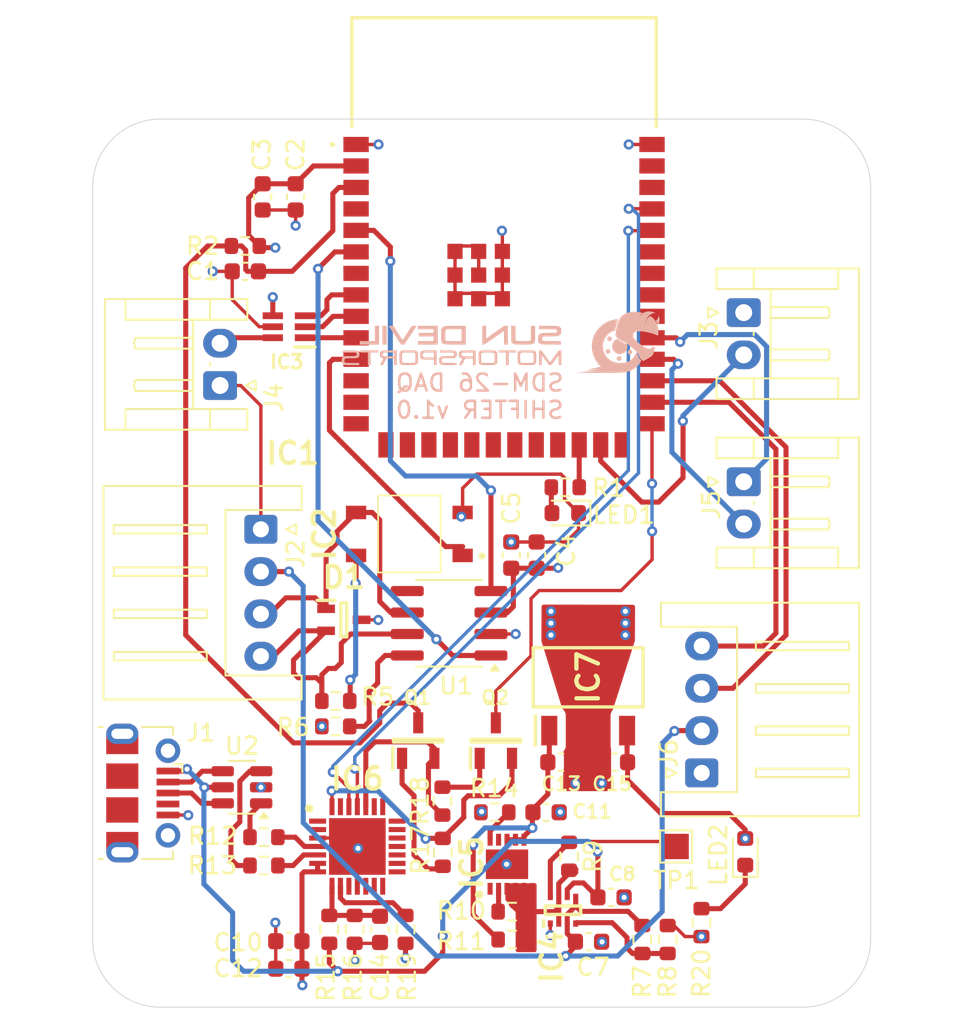
<source format=kicad_pcb>
(kicad_pcb (version 20241229) (generator "pcbnew") (generator_version "9.0")
  (layers (0 "F.Cu" signal) (4 "In1.Cu" signal) (6 "In2.Cu" signal) (2 "B.Cu" signal) (13 "F.Paste" user) (15 "B.Paste" user) (5 "F.SilkS" user "F.Silkscreen") (7 "B.SilkS" user "B.Silkscreen") (1 "F.Mask" user) (3 "B.Mask" user) (25 "Edge.Cuts" user))
  (net 0 "")
  (net 1 "+3.3V")
  (net 2 "+5V")
  (net 3 "GND")
  (net 4 "VCC")
  (net 5 "VBUS")
  (net 6 "/CHIP_PU")
  (net 12 "Net-(IC6-VBUS)")
  (net 15 "/PWM_SIG")
  (net 18 "Net-(Q2-B)")
  (net 20 "/USER_LED")
  (net 21 "/CAN+")
  (net 22 "Net-(IC2-Pad6)")
  (net 23 "Net-(IC4-PR1)")
  (net 24 "/EFUSE_IN")
  (net 25 "Net-(IC4-ST)")
  (net 26 "/ILIM")
  (net 28 "/PROG_D+")
  (net 30 "Net-(IC5-EN{slash}UVLO)")
  (net 31 "/PROG_D-")
  (net 32 "Net-(Q1-B)")
  (net 33 "/CAN-")
  (net 34 "/CAN_RTX")
  (net 35 "/CAN_CTX")
  (net 38 "Net-(IC6-DTR)")
  (net 40 "Net-(IC6-RSTB)")
  (net 42 "/U0TXD")
  (net 49 "Net-(IC6-RTS)")
  (net 50 "/U0RXD")
  (net 57 "/CAN_TERM")
  (net 65 "/GPIO0")
  (net 73 "/USB_D-")
  (net 78 "/USB_D+")
  (net 79 "Net-(LED1-A)")
  (net 80 "Net-(LED2-K)")
  (net 81 "Net-(U1-Rs)")
  (net 82 "Net-(R12-Pad2)")
  (net 83 "Net-(R13-Pad2)")
  (net 85 "/DAC_SYNC")
  (net 86 "/DAC_MOSI")
  (net 87 "/DAC_SCLK")
  (net 88 "/DAC_SIG")
  (net 92 "/SPARK4")
  (net 93 "/SPARK2")
  (net 94 "/SPARK1")
  (net 95 "/SPARK3")
  (footprint "Resistor_SMD:R_0603_1608Metric" (layer "F.Cu") (at 80 110.5 -90)
    (property "Reference" "R8")
    (property "Value" "10k")
  )
  (footprint "Capacitor_SMD:C_0603_1608Metric" (layer "F.Cu") (at 76.65 108.01 180)
    (property "Reference" "C8")
    (property "Value" "1uF")
  )
  (footprint "SDM_MiscFootprint:SON50P300X300X100-11L-D" (layer "F.Cu") (at 70.5 106.05 90)
    (property "Reference" "IC5")
    (property "Value" "TPS259250DRCR" (hide yes))
  )
  (footprint "Capacitor_SMD:C_0603_1608Metric" (layer "F.Cu") (at 73.69 100.02 180)
    (property "Reference" "C13")
    (property "Value" "10uF")
  )
  (footprint "LED_SMD:LED_0603_1608Metric" (layer "F.Cu") (at 84.5875 105.3125 90)
    (property "Reference" "LED2")
    (property "Value" "150060RS75000")
  )
  (footprint "Capacitor_SMD:C_0603_1608Metric" (layer "F.Cu") (at 56.05 66.6 -90)
    (property "Reference" "C3")
    (property "Value" "100nF")
  )
  (footprint "Resistor_SMD:R_0603_1608Metric" (layer "F.Cu") (at 69.78 102.98)
    (property "Reference" "R14")
    (property "Value" "60.4k")
  )
  (footprint "SDM_MiscFootprint:SOT96P237X111-3N" (layer "F.Cu") (at 65.25 98.74 90)
    (property "Reference" "Q1")
    (property "Value" "MMBT2222LT1G" (hide yes))
  )
  (footprint "SDM_MiscFootprint:SOT96P237X111-3N" (layer "F.Cu") (at 69.84 98.74 90)
    (property "Reference" "Q2")
    (property "Value" "MMBT2222LT1G" (hide yes))
  )
  (footprint "Resistor_SMD:R_0603_1608Metric" (layer "F.Cu") (at 66.68 102.32 -90)
    (property "Reference" "R18")
    (property "Value" "10k")
  )
  (footprint "TestPoint:TestPoint_Pad_1.5x1.5mm" (layer "F.Cu") (at 80.5 105 90)
    (property "Reference" "TP1")
    (property "Value" "5V_ST")
  )
  (footprint "Resistor_SMD:R_0603_1608Metric" (layer "F.Cu") (at 82 109.5 90)
    (property "Reference" "R20")
    (property "Value" "68")
  )
  (footprint "Capacitor_SMD:C_0603_1608Metric" (layer "F.Cu") (at 55.025 71)
    (property "Reference" "C1")
    (property "Value" "1uF")
  )
  (footprint "SDM_MiscFootprint:QFN50P500X500X80-29N-D" (layer "F.Cu") (at 61.65 105)
    (property "Reference" "IC6")
    (property "Value" "CP2102N-A02-GQFN28" (hide yes))
  )
  (footprint "Connector_USB:USB_Micro-B_Molex-105017-0001" (layer "F.Cu") (at 48.9875 101.84 -90)
    (property "Reference" "J1")
    (property "Value" "USB_B_Micro")
  )
  (footprint "Package_SO:SOIC-8_3.9x4.9mm_P1.27mm" (layer "F.Cu") (at 67.075 91.805 180)
    (property "Reference" "U1")
    (property "Value" "SN65HVD230")
  )
  (footprint "Resistor_SMD:R_0603_1608Metric" (layer "F.Cu") (at 70.8 110.5 180)
    (property "Reference" "R11")
    (property "Value" "0")
  )
  (footprint "Connector_JST:JST_XH_S4B-XH-A_1x04_P2.50mm_Horizontal" (layer "F.Cu") (at 55.945 86.25 -90)
    (property "Reference" "J2")
    (property "Value" "Conn_01x04_Socket")
  )
  (footprint "Connector_JST:JST_EH_S2B-EH_1x02_P2.50mm_Horizontal" (layer "F.Cu") (at 53.5325 77.75 90)
    (property "Reference" "J4")
    (property "Value" "Conn_01x02_Socket")
  )
  (footprint "Capacitor_SMD:C_0603_1608Metric" (layer "F.Cu") (at 57.6 112.225)
    (property "Reference" "C12")
    (property "Value" "100nF")
  )
  (footprint "SDM_MiscFootprint:SOT230P700X180-4N" (layer "F.Cu") (at 75.3 95 90)
    (property "Reference" "IC7")
    (property "Value" "MIC37100-3.3WS" (hide yes))
  )
  (footprint "Capacitor_SMD:C_0603_1608Metric" (layer "F.Cu") (at 62.99 109.9 90)
    (property "Reference" "C14")
    (property "Value" "1uF")
  )
  (footprint "Package_TO_SOT_SMD:SOT-23-6" (layer "F.Cu") (at 54.825 101.5 180)
    (property "Reference" "U2")
    (property "Value" "USBLC6-2P6")
  )
  (footprint "Resistor_SMD:R_0603_1608Metric" (layer "F.Cu") (at 74.17 105.58 90)
    (property "Reference" "R9")
    (property "Value" "10k")
  )
  (footprint "Resistor_SMD:R_0603_1608Metric" (layer "F.Cu") (at 60.375 96.4 180)
    (property "Reference" "R5")
    (property "Value" "120")
  )
  (footprint "MountingHole:MountingHole_3.2mm_M3" (layer "F.Cu") (at 50 66)
    (property "Reference" "REF**" (hide yes))
    (property "Value" "MountingHole_3.2mm_M3")
  )
  (footprint "Resistor_SMD:R_0603_1608Metric" (layer "F.Cu") (at 78.5 110.5 90)
    (property "Reference" "R7")
    (property "Value" "10k")
  )
  (footprint "SOT65P210X100-6N:SOT65P210X100-6N" (layer "F.Cu") (at 57.6 74.275 180)
    (property "Reference" "IC3")
    (property "Value" "AD5601BKSZ-REEL7" (hide yes))
  )
  (footprint "Capacitor_SMD:C_0603_1608Metric" (layer "F.Cu") (at 72.81 102.98 180)
    (property "Reference" "C11")
    (property "Value" "1uF")
  )
  (footprint "SDM_MiscFootprint:TLP266J" (layer "F.Cu") (at 64.675 86.525 180)
    (property "Reference" "IC2")
    (property "Value" "TLP175A_TPL,E" (hide yes))
  )
  (footprint "Connector_JST:JST_EH_S2B-EH_1x02_P2.50mm_Horizontal" (layer "F.Cu") (at 84.4975 73.44 -90)
    (property "Reference" "J3")
    (property "Value" "Conn_01x02_Socket")
  )
  (footprint "Resistor_SMD:R_0603_1608Metric" (layer "F.Cu") (at 70.8 108.85 180)
    (property "Reference" "R10")
    (property "Value" "1M")
  )
  (footprint "SDM_MiscFootprint:SOTFL50P160X60-8L" (layer "F.Cu") (at 73.81 108.768 90)
    (property "Reference" "IC4")
    (property "Value" "TPS2116DRLR" (hide yes))
  )
  (footprint "Resistor_SMD:R_0603_1608Metric" (layer "F.Cu") (at 60.375 97.9)
    (property "Reference" "R6")
    (property "Value" "10k")
  )
  (footprint "Resistor_SMD:R_0603_1608Metric" (layer "F.Cu") (at 56.125 104.45 180)
    (property "Reference" "R12")
    (property "Value" "27")
  )
  (footprint "Resistor_SMD:R_0603_1608Metric" (layer "F.Cu") (at 73.945 83.765 180)
    (property "Reference" "R1")
    (property "Value" "5.05")
  )
  (footprint "Capacitor_SMD:C_0603_1608Metric" (layer "F.Cu") (at 76.855 100.02)
    (property "Reference" "C15")
    (property "Value" "10uF")
  )
  (footprint "Resistor_SMD:R_0603_1608Metric" (layer "F.Cu") (at 56.125 106.125 180)
    (property "Reference" "R13")
    (property "Value" "27")
  )
  (footprint "LED_SMD:LED_0603_1608Metric" (layer "F.Cu") (at 73.945 85.29 180)
    (property "Reference" "LED1")
    (property "Value" "150060GS75000")
  )
  (footprint "Capacitor_SMD:C_0603_1608Metric" (layer "F.Cu") (at 58 66.6 -90)
    (property "Reference" "C2")
    (property "Value" "10uF")
  )
  (footprint "Resistor_SMD:R_0603_1608Metric" (layer "F.Cu") (at 66.7 105.345 90)
    (property "Reference" "R17")
    (property "Value" "10k")
  )
  (footprint "Resistor_SMD:R_0603_1608Metric" (layer "F.Cu") (at 64.5 109.9 90)
    (property "Reference" "R19")
    (property "Value" "1k")
  )
  (footprint "Resistor_SMD:R_0603_1608Metric" (layer "F.Cu") (at 55.025 69.5)
    (property "Reference" "R2")
    (property "Value" "10k")
  )
  (footprint "Capacitor_SMD:C_0603_1608Metric" (layer "F.Cu") (at 57.6 110.6)
    (property "Reference" "C10")
    (property "Value" "4.7uF")
  )
  (footprint "SDM_MiscFootprint:SOT65P210X110-3N" (layer "F.Cu") (at 60.85 91.6)
    (property "Reference" "D1")
    (property "Value" "ESDCAN03-2BWY" (hide yes))
  )
  (footprint "Connector_JST:JST_EH_S2B-EH_1x02_P2.50mm_Horizontal" (layer "F.Cu") (at 84.4975 83.44 -90)
    (property "Reference" "J5")
    (property "Value" "Conn_01x02_Socket")
  )
  (footprint "MountingHole:MountingHole_3.2mm_M3" (layer "F.Cu") (at 88 66)
    (property "Reference" "REF**" (hide yes))
    (property "Value" "MountingHole_3.2mm_M3")
  )
  (footprint "Capacitor_SMD:C_0603_1608Metric" (layer "F.Cu") (at 75.32 110.63 180)
    (property "Reference" "C7")
    (property "Value" "1uF")
  )
  (footprint "SDM_MiscFootprint:ESP32S3WROOM1N8R8" (layer "F.Cu") (at 70.325 68.76)
    (property "Reference" "IC1")
    (property "Value" "ESP32-S3-WROOM-1-N8R8" (hide yes))
  )
  (footprint "Resistor_SMD:R_0603_1608Metric" (layer "F.Cu") (at 59.99 109.9 -90)
    (property "Reference" "R15")
    (property "Value" "22.1k")
  )
  (footprint "Resistor_SMD:R_0603_1608Metric" (layer "F.Cu") (at 61.49 109.9 -90)
    (property "Reference" "R16")
    (property "Value" "47.5k")
  )
  (footprint "Connector_JST:JST_XH_S4B-XH-A_1x04_P2.50mm_Horizontal" (layer "F.Cu") (at 82.015 100.65 90)
    (property "Reference" "J6" (hide yes))
    (property "Value" "Conn_01x04_Socket")
  )
  (footprint "MountingHole:MountingHole_3.2mm_M3" (layer "F.Cu") (at 88 110.5)
    (property "Reference" "REF**" (hide yes))
    (property "Value" "MountingHole_3.2mm_M3")
  )
  (footprint "Capacitor_SMD:C_0603_1608Metric" (layer "F.Cu") (at 72.25 87.775 -90)
    (property "Reference" "C4")
    (property "Value" "100nF")
  )
  (footprint "Capacitor_SMD:C_0603_1608Metric" (layer "F.Cu") (at 70.75 87.775 -90)
    (property "Reference" "C5")
    (property "Value" "100nF")
  )
  (footprint "MountingHole:MountingHole_3.2mm_M3" (layer "F.Cu") (at 50 110.5)
    (property "Reference" "REF**" (hide yes))
    (property "Value" "MountingHole_3.2mm_M3")
  )
  (footprint "Library:sdmlogo" (layer "B.Cu") (at 69.939123 75.284048 180)
    (property "Reference" "G***" (hide yes))
    (property "Value" "LOGO" (hide yes))
  )
  (footprint "Library:wheelyboi" (layer "B.Cu") (at 77.22 75.339274 180)
    (property "Reference" "G***" (hide yes))
    (property "Value" "LOGO" (hide yes))
  )
  (gr_arc (start 50 114.5) (mid 47.171573 113.328427) (end 46 110.5) (stroke (width 0.05)) (layer "Edge.Cuts"))
  (gr_arc (start 88 62) (mid 90.828427 63.171573) (end 92 66) (stroke (width 0.05)) (layer "Edge.Cuts"))
  (gr_line (start 50 114.5) (end 88 114.5) (stroke (width 0.05)) (layer "Edge.Cuts"))
  (gr_line (start 50 62) (end 88 62) (stroke (width 0.05)) (layer "Edge.Cuts"))
  (gr_line (start 92 66) (end 92 110.5) (stroke (width 0.05)) (layer "Edge.Cuts"))
  (gr_arc (start 46 66) (mid 47.171573 63.171573) (end 50 62) (stroke (width 0.05)) (layer "Edge.Cuts"))
  (gr_line (start 46 66) (end 46 110.5) (stroke (width 0.05)) (layer "Edge.Cuts"))
  (gr_arc (start 92 110.5) (mid 90.828427 113.328427) (end 88 114.5) (stroke (width 0.05)) (layer "Edge.Cuts"))
  (gr_text "J6\n" (at 80.07 99.51 90) (layer "F.SilkS") (effects (font (size 1 1))))
  (gr_text "SDM-26 DAQ\nSHIFTER v1.0" (at 73.939123 79.784048 0) (layer "B.SilkS") (effects (font (size 1 1)) (justify left bottom mirror)))
  (segment (start 58.375 112.225) (end 58.375 112.470654) (width 0.3) (layer "F.Cu") (net 1))
  (segment (start 84.6125 104.5) (end 84.5875 104.525) (width 0.3) (layer "F.Cu") (net 1))
  (segment (start 58.375 113.175) (end 58.4 113.2) (width 0.3) (layer "F.Cu") (net 1))
  (segment (start 58.375 110.725) (end 58.375 112.225) (width 0.3) (layer "F.Cu") (net 1))
  (segment (start 59.055 64.77) (end 58 65.825) (width 0.3) (layer "F.Cu") (net 1))
  (segment (start 77.6 98.15) (end 77.6 100.155) (width 0.3) (layer "F.Cu") (net 1))
  (segment (start 56.8 69.6) (end 55.95 69.6) (width 0.3) (layer "F.Cu") (net 1))
  (segment (start 79.61 103.05) (end 83.63 103.05) (width 0.3) (layer "F.Cu") (net 1))
  (segment (start 77.6 100.155) (end 77.665 100.22) (width 0.3) (layer "F.Cu") (net 1))
  (segment (start 58 65.825) (end 56.5 65.825) (width 0.3) (layer "F.Cu") (net 1))
  (segment (start 59.3 106.5) (end 58.5 106.5) (width 0.3) (layer "F.Cu") (net 1))
  (segment (start 70.75 88.55) (end 72.25 88.55) (width 0.3) (layer "F.Cu") (net 1))
  (segment (start 72.24 88.56) (end 72.25 88.55) (width 0.3) (layer "F.Cu") (net 1))
  (segment (start 55.224 68.874) (end 55.85 69.5) (width 0.3) (layer "F.Cu") (net 1))
  (segment (start 56.495 65.83) (end 56.5 65.825) (width 0.3) (layer "F.Cu") (net 1))
  (segment (start 73.49853 88.55) (end 73.524265 88.524265) (width 0.3) (layer "F.Cu") (net 1))
  (segment (start 64.5 110.725) (end 64.5 111.6) (width 0.3) (layer "F.Cu") (net 1))
  (segment (start 61.575 64.77) (end 59.055 64.77) (width 0.3) (layer "F.Cu") (net 1))
  (segment (start 58.375 106.625) (end 58.375 110.725) (width 0.3) (layer "F.Cu") (net 1))
  (segment (start 77.63 101.07) (end 79.61 103.05) (width 0.3) (layer "F.Cu") (net 1))
  (segment (start 58.375 112.225) (end 58.375 113.175) (width 0.3) (layer "F.Cu") (net 1))
  (segment (start 55.224 66.651) (end 55.224 68.874) (width 0.3) (layer "F.Cu") (net 1))
  (segment (start 58.055 65.84) (end 58.045 65.83) (width 0.3) (layer "F.Cu") (net 1))
  (segment (start 56.05 65.825) (end 55.224 66.651) (width 0.3) (layer "F.Cu") (net 1))
  (segment (start 83.63 103.05) (end 84.5875 104.0075) (width 0.3) (layer "F.Cu") (net 1))
  (segment (start 70.524999 91.17) (end 70.876 90.818999) (width 0.3) (layer "F.Cu") (net 1))
  (segment (start 59.3 106) (end 59.3 106.5) (width 0.3) (layer "F.Cu") (net 1))
  (segment (start 58.5 106.5) (end 58.375 106.625) (width 0.3) (layer "F.Cu") (net 1))
  (segment (start 55.855 69.495) (end 55.85 69.5) (width 0.3) (layer "F.Cu") (net 1))
  (segment (start 55.95 69.6) (end 55.85 69.5) (width 0.3) (layer "F.Cu") (net 1))
  (segment (start 70.876 88.676) (end 70.75 88.55) (width 0.3) (layer "F.Cu") (net 1))
  (segment (start 56.65 72.525) (end 56.65 73.625) (width 0.3) (layer "F.Cu") (net 1))
  (segment (start 84.5875 104.0075) (end 84.5875 104.525) (width 0.3) (layer "F.Cu") (net 1))
  (segment (start 69.55 91.17) (end 70.524999 91.17) (width 0.3) (layer "F.Cu") (net 1))
  (segment (start 72.25 88.55) (end 73.49853 88.55) (width 0.3) (layer "F.Cu") (net 1))
  (segment (start 77.63 100.02) (end 77.63 101.07) (width 0.3) (layer "F.Cu") (net 1))
  (segment (start 70.876 90.818999) (end 70.876 88.676) (width 0.3) (layer "F.Cu") (net 1))
  (segment (start 58.35 110.7) (end 58.375 110.725) (width 0.3) (layer "F.Cu") (net 1))
  (via (at 56.8 69.6) (size 0.6) (drill 0.3) (layers "F.Cu" "B.Cu") (net 1))
  (via (at 58.4 113.2) (size 0.6) (drill 0.3) (layers "F.Cu" "B.Cu") (net 1))
  (via (at 73.524265 88.524265) (size 0.6) (drill 0.3) (layers "F.Cu" "B.Cu") (net 1))
  (via (at 84.5875 104.525) (size 0.6) (drill 0.3) (layers "F.Cu" "B.Cu") (net 1))
  (via (at 56.65 72.525) (size 0.6) (drill 0.3) (layers "F.Cu" "B.Cu") (net 1))
  (via (at 64.5 111.6) (size 0.6) (drill 0.3) (layers "F.Cu" "B.Cu") (net 1))
  (segment (start 68.5 109.025) (end 68.5 104.9) (width 0.3) (layer "F.Cu") (net 2))
  (segment (start 72.035 102.795) (end 72.915 101.915) (width 0.3) (layer "F.Cu") (net 2))
  (segment (start 72 103.015) (end 72.035 102.98) (width 0.3) (layer "F.Cu") (net 2))
  (segment (start 70.5 104.6) (end 71.5 104.6) (width 0.3) (layer "F.Cu") (net 2))
  (segment (start 71.5 104.6) (end 71.5 104.4) (width 0.3) (layer "F.Cu") (net 2))
  (segment (start 72 103.9) (end 72 103.015) (width 0.3) (layer "F.Cu") (net 2))
  (segment (start 72.035 102.98) (end 72.035 102.795) (width 0.3) (layer "F.Cu") (net 2))
  (segment (start 73 98.15) (end 73 100.17) (width 0.3) (layer "F.Cu") (net 2))
  (segment (start 71.5 104.4) (end 72 103.9) (width 0.3) (layer "F.Cu") (net 2))
  (segment (start 72.915 101.915) (end 72.915 100.02) (width 0.3) (layer "F.Cu") (net 2))
  (segment (start 69.975 110.5) (end 68.5 109.025) (width 0.3) (layer "F.Cu") (net 2))
  (segment (start 73 100.17) (end 72.95 100.22) (width 0.3) (layer "F.Cu") (net 2))
  (via (at 72 103.9) (size 0.6) (drill 0.3) (layers "F.Cu" "B.Cu") (net 2))
  (via (at 68.5 104.9) (size 0.6) (drill 0.3) (layers "F.Cu" "B.Cu") (net 2))
  (segment (start 68.5 104.9) (end 68.5 104.6) (width 0.3) (layer "B.Cu") (net 2))
  (segment (start 68.5 104.6) (end 69.2 103.9) (width 0.3) (layer "B.Cu") (net 2))
  (segment (start 69.2 103.9) (end 72 103.9) (width 0.3) (layer "B.Cu") (net 2))
  (segment (start 53.5325 77.75) (end 54.75 77.75) (width 0.2) (layer "F.Cu") (net 3))
  (segment (start 74 87) (end 72.25 87) (width 0.2) (layer "F.Cu") (net 3))
  (segment (start 68.955 102.98) (end 68.96 102.98) (width 0.3) (layer "F.Cu") (net 3))
  (segment (start 80.375 109.675) (end 81.025 110.325) (width 0.2) (layer "F.Cu") (net 3))
  (segment (start 73.9 84.4575) (end 73.9 83.2) (width 0.2) (layer "F.Cu") (net 3))
  (segment (start 56.825 110.6) (end 56.825 109.525) (width 0.2) (layer "F.Cu") (net 3))
  (segment (start 71.01 92.44) (end 69.55 92.44) (width 0.2) (layer "F.Cu") (net 3))
  (segment (start 70.225 72.3) (end 67.425 72.3) (width 0.2) (layer "F.Cu") (net 3))
  (segment (start 70.5 106.05) (end 70.475 106.05) (width 0.2) (layer "F.Cu") (net 3))
  (segment (start 61.49 111.715) (end 61.5 111.725) (width 0.2) (layer "F.Cu") (net 3))
  (segment (start 59.3 104.5) (end 61.15 104.5) (width 0.2) (layer "F.Cu") (net 3))
  (segment (start 54.75 77.75) (end 55.945 78.945) (width 0.2) (layer "F.Cu") (net 3))
  (segment (start 62.94 110.725) (end 62.99 110.675) (width 0.2) (layer "F.Cu") (net 3))
  (segment (start 70.225 69.5) (end 70.225 72.3) (width 0.2) (layer "F.Cu") (net 3))
  (segment (start 67.875 83.825) (end 67.875 84.73) (width 0.2) (layer "F.Cu") (net 3))
  (segment (start 74.7325 85.29) (end 73.9 84.4575) (width 0.2) (layer "F.Cu") (net 3))
  (segment (start 67.875 85.425) (end 67.8 85.5) (width 0.2) (layer "F.Cu") (net 3))
  (segment (start 55.9625 101.5) (end 55.95 101.5) (width 0.3) (layer "F.Cu") (net 3))
  (segment (start 68.825 69.5) (end 68.825 70.9) (width 0.2) (layer "F.Cu") (net 3))
  (segment (start 61.65 105.069894) (end 61.690053 105.109947) (width 0.2) (layer "F.Cu") (net 3))
  (segment (start 67.425 72.3) (end 67.425 69.5) (width 0.2) (layer "F.Cu") (net 3))
  (segment (start 56.825 109.525) (end 56.8 109.5) (width 0.2) (layer "F.Cu") (net 3))
  (segment (start 58 67.375) (end 56.05 67.375) (width 0.2) (layer "F.Cu") (net 3))
  (segment (start 70.225 68.625) (end 70.2 68.6) (width 0.2) (layer "F.Cu") (net 3))
  (segment (start 67.425 69.5) (end 68.825 69.5) (width 0.2) (layer "F.Cu") (net 3))
  (segment (start 55.85 74.275) (end 54.25 72.675) (width 0.2) (layer "F.Cu") (net 3))
  (segment (start 61.49 110.725) (end 61.49 111.715) (width 0.2) (layer "F.Cu") (net 3))
  (segment (start 61.9 91.6) (end 62.880761 91.6) (width 0.2) (layer "F.Cu") (net 3))
  (segment (start 55.945 78.945) (end 55.945 86.25) (width 0.2) (layer "F.Cu") (net 3))
  (segment (start 81.025 110.325) (end 82 110.325) (width 0.2) (layer "F.Cu") (net 3))
  (segment (start 54.25 71) (end 53.1 71) (width 0.2) (layer "F.Cu") (net 3))
  (segment (start 73.06 109.556) (end 73.06 110.23) (width 0.2) (layer "F.Cu") (net 3))
  (segment (start 62.9 63.5) (end 62.9 63.3) (width 0.2) (layer "F.Cu") (net 3))
  (segment (start 62.880761 91.6) (end 62.889973 91.609212) (width 0.2) (layer "F.Cu") (net 3))
  (segment (start 56.65 74.275) (end 55.85 74.275) (width 0.2) (layer "F.Cu") (net 3))
  (segment (start 61.49 110.725) (end 62.94 110.725) (width 0.2) (layer "F.Cu") (net 3))
  (segment (start 73.585 102.98) (end 73.63 102.98) (width 0.3) (layer "F.Cu") (net 3))
  (segment (start 68.711 82.989) (end 67.875 83.825) (width 0.2) (layer "F.Cu") (net 3))
  (segment (start 74.7325 86.2675) (end 74 87) (width 0.2) (layer "F.Cu") (net 3))
  (segment (start 51.64 103.14) (end 51.65 103.15) (width 0.3) (layer "F.Cu") (net 3))
  (segment (start 67.875 84.73) (end 67.875 85.425) (width 0.2) (layer "F.Cu") (net 3))
  (segment (start 56.825 110.6) (end 56.825 112.225) (width 0.2) (layer "F.Cu") (net 3))
  (segment (start 80 109.675) (end 80.375 109.675) (width 0.2) (layer "F.Cu") (net 3))
  (segment (start 72.25 87) (end 72.565 87.315) (width 0.2) (layer "F.Cu") (net 3))
  (segment (start 68.96 102.98) (end 69 102.94) (width 0.3) (layer "F.Cu") (net 3))
  (segment (start 73.689 82.989) (end 68.711 82.989) (width 0.2) (layer "F.Cu") (net 3))
  (segment (start 58 67.375) (end 58 68.3) (width 0.2) (layer "F.Cu") (net 3))
  (segment (start 70.69 106.24) (end 70.5 106.05) (width 0.2) (layer "F.Cu") (net 3))
  (segment (start 61.65 105) (end 61.65 105.069894) (width 0.2) (layer "F.Cu") (net 3))
  (segment (start 70.75 87) (end 72.25 87) (width 0.2) (layer "F.Cu") (net 3))
  (segment (start 61.575 63.5) (end 62.9 63.5) (width 0.2) (layer "F.Cu") (net 3))
  (segment (start 81.69 100.325) (end 82.015 100.65) (width 0.2) (layer "F.Cu") (net 3))
  (segment (start 50.45 103.14) (end 51.64 103.14) (width 0.2) (layer "F.Cu") (net 3))
  (segment (start 79.075 63.5) (end 77.7 63.5) (width 0.2) (layer "F.Cu") (net 3))
  (segment (start 73.63 102.98) (end 73.65 102.96) (width 0.3) (layer "F.Cu") (net 3))
  (segment (start 73.9 83.2) (end 73.689 82.989) (width 0.2) (layer "F.Cu") (net 3))
  (segment (start 70.225 69.5) (end 70.225 68.625) (width 0.2) (layer "F.Cu") (net 3))
  (segment (start 61.15 104.5) (end 61.65 105) (width 0.2) (layer "F.Cu") (net 3))
  (segment (start 74.7325 85.29) (end 74.7325 86.2675) (width 0.2) (layer "F.Cu") (net 3))
  (segment (start 54.25 72.675) (end 54.25 71) (width 0.2) (layer "F.Cu") (net 3))
  (via (at 74.55 101.27) (size 0.6) (drill 0.3) (layers "F.Cu" "B.Cu") (net 3))
  (via (at 51.65 103.15) (size 0.6) (drill 0.3) (layers "F.Cu" "B.Cu") (net 3))
  (via (at 73.07 110.24) (size 0.6) (drill 0.3) (layers "F.Cu" "B.Cu") (net 3))
  (via (at 73.65 102.96) (size 0.6) (drill 0.3) (layers "F.Cu" "B.Cu") (net 3))
  (via (at 77.425 108.01) (size 0.6) (drill 0.3) (layers "F.Cu" "B.Cu") (net 3))
  (via (at 76.11 101.26) (size 0.6) (drill 0.3) (layers "F.Cu" "B.Cu") (net 3))
  (via (at 77.5 91.8) (size 0.6) (drill 0.3) (layers "F.Cu" "B.Cu") (net 3))
  (via (at 55.95 101.5) (size 0.6) (drill 0.3) (layers "F.Cu" "B.Cu") (net 3))
  (via (at 77.7 63.5) (size 0.6) (drill 0.3) (layers "F.Cu" "B.Cu") (net 3))
  (via (at 77.5 92.5) (size 0.6) (drill 0.3) (layers "F.Cu" "B.Cu") (net 3))
  (via (at 62.9 63.5) (size 0.6) (drill 0.3) (layers "F.Cu" "B.Cu") (net 3))
  (via (at 76.12 110.64) (size 0.6) (drill 0.3) (layers "F.Cu" "B.Cu") (net 3))
  (via (at 56.8 109.5) (size 0.6) (drill 0.3) (layers "F.Cu" "B.Cu") (net 3))
  (via (at 58 68.3) (size 0.6) (drill 0.3) (layers "F.Cu" "B.Cu") (net 3))
  (via (at 73.1 91.1) (size 0.6) (drill 0.3) (layers "F.Cu" "B.Cu") (net 3))
  (via (at 70.475 106.05) (size 0.6) (drill 0.3) (layers "F.Cu" "B.Cu") (net 3))
  (via (at 62.889973 91.609212) (size 0.6) (drill 0.3) (layers "F.Cu" "B.Cu") (net 3))
  (via (at 70.75 87) (size 0.6) (drill 0.3) (layers "F.Cu" "B.Cu") (net 3))
  (via (at 73.1 91.8) (size 0.6) (drill 0.3) (layers "F.Cu" "B.Cu") (net 3))
  (via (at 67.8 85.5) (size 0.6) (drill 0.3) (layers "F.Cu" "B.Cu") (net 3))
  (via (at 61.690053 105.109947) (size 0.6) (drill 0.3) (layers "F.Cu" "B.Cu") (net 3))
  (via (at 61.5 111.725) (size 0.6) (drill 0.3) (layers "F.Cu" "B.Cu") (net 3))
  (via (at 59.55 97.9) (size 0.6) (drill 0.3) (layers "F.Cu" "B.Cu") (net 3))
  (via (at 71.01 92.44) (size 0.6) (drill 0.3) (layers "F.Cu" "B.Cu") (net 3))
  (via (at 73.1 92.5) (size 0.6) (drill 0.3) (layers "F.Cu" "B.Cu") (net 3))
  (via (at 53.1 71) (size 0.6) (drill 0.3) (layers "F.Cu" "B.Cu") (net 3))
  (via (at 77.5 91.1) (size 0.6) (drill 0.3) (layers "F.Cu" "B.Cu") (net 3))
  (via (at 82 110.325) (size 0.6) (drill 0.3) (layers "F.Cu" "B.Cu") (net 3))
  (via (at 69 102.94) (size 0.6) (drill 0.3) (layers "F.Cu" "B.Cu") (net 3))
  (via (at 70.2 68.6) (size 0.6) (drill 0.3) (layers "F.Cu" "B.Cu") (net 3))
  (segment (start 74.545 110.9) (end 73.97 111.475) (width 0.3) (layer "F.Cu") (net 4))
  (segment (start 74.06 109.0195) (end 74.22975 108.84975) (width 0.3) (layer "F.Cu") (net 4))
  (segment (start 74.06 110.145) (end 74.545 110.63) (width 0.3) (layer "F.Cu") (net 4))
  (segment (start 77.661 108.836) (end 74.8765 108.836) (width 0.3) (layer "F.Cu") (net 4))
  (segment (start 80.425 98.15) (end 80.4 98.175) (width 0.3) (layer "F.Cu") (net 4))
  (segment (start 78.5 109.675) (end 77.661 108.836) (width 0.3) (layer "F.Cu") (net 4))
  (segment (start 74.545 110.63) (end 74.545 110.9) (width 0.3) (layer "F.Cu") (net 4))
  (segment (start 55.945 88.75) (end 57.6 88.75) (width 0.3) (layer "F.Cu") (net 4))
  (segment (start 74.22975 108.84975) (end 74.56 108.5195) (width 0.3) (layer "F.Cu") (net 4))
  (segment (start 74.06 109.556) (end 74.06 109.0195) (width 0.3) (layer "F.Cu") (net 4))
  (segment (start 74.8765 108.836) (end 74.56 108.5195) (width 0.3) (layer "F.Cu") (net 4))
  (segment (start 74.06 109.556) (end 74.06 110.145) (width 0.3) (layer "F.Cu") (net 4))
  (segment (start 74.56 108.5195) (end 74.56 107.98) (width 0.3) (layer "F.Cu") (net 4))
  (segment (start 82.015 98.15) (end 80.425 98.15) (width 0.3) (layer "F.Cu") (net 4))
  (via (at 80.4 98.175) (size 0.6) (drill 0.3) (layers "F.Cu" "B.Cu") (net 4))
  (via (at 57.6 88.75) (size 0.6) (drill 0.3) (layers "F.Cu" "B.Cu") (net 4))
  (via (at 73.97 111.475) (size 0.6) (drill 0.3) (layers "F.Cu" "B.Cu") (net 4))
  (segment (start 58.45 103.6) (end 66.325 111.475) (width 0.3) (layer "B.Cu") (net 4))
  (segment (start 73.97 111.475) (end 74.8985 111.475) (width 0.3) (layer "B.Cu") (net 4))
  (segment (start 58.45 89.6) (end 58.45 103.6) (width 0.3) (layer "B.Cu") (net 4))
  (segment (start 79.675 98.9) (end 79.675 108.85) (width 0.3) (layer "B.Cu") (net 4))
  (segment (start 80.4 98.175) (end 79.675 98.9) (width 0.3) (layer "B.Cu") (net 4))
  (segment (start 79.675 108.85) (end 77.05 111.475) (width 0.3) (layer "B.Cu") (net 4))
  (segment (start 66.325 111.475) (end 73.97 111.475) (width 0.3) (layer "B.Cu") (net 4))
  (segment (start 57.6 88.75) (end 58.45 89.6) (width 0.3) (layer "B.Cu") (net 4))
  (segment (start 77.05 111.475) (end 74.8985 111.475) (width 0.3) (layer "B.Cu") (net 4))
  (segment (start 66.7 111.3) (end 66.7 110.3) (width 0.3) (layer "F.Cu") (net 5))
  (segment (start 74.444 107.156) (end 74.06 107.54) (width 0.3) (layer "F.Cu") (net 5))
  (segment (start 75.021 107.156) (end 75.875 108.01) (width 0.3) (layer "F.Cu") (net 5))
  (segment (start 51.46 100.54) (end 51.575 100.425) (width 0.3) (layer "F.Cu") (net 5))
  (segment (start 60.49 112.375) (end 65.625 112.375) (width 0.3) (layer "F.Cu") (net 5))
  (segment (start 59.99 111.875) (end 60.49 112.375) (width 0.3) (layer "F.Cu") (net 5))
  (segment (start 59.99 110.725) (end 59.99 111.875) (width 0.3) (layer "F.Cu") (net 5))
  (segment (start 65.625 112.375) (end 66.7 111.3) (width 0.3) (layer "F.Cu") (net 5))
  (segment (start 74.444 107.156) (end 75.021 107.156) (width 0.3) (layer "F.Cu") (net 5))
  (segment (start 53.6875 101.5) (end 52.8 101.5) (width 0.3) (layer "F.Cu") (net 5))
  (segment (start 75.875 108.01) (end 75.875 105.335) (width 0.3) (layer "F.Cu") (net 5))
  (segment (start 50.45 100.54) (end 51.46 100.54) (width 0.3) (layer "F.Cu") (net 5))
  (segment (start 75.875 105.335) (end 75.85 105.31) (width 0.3) (layer "F.Cu") (net 5))
  (segment (start 74.06 107.54) (end 74.06 107.98) (width 0.3) (layer "F.Cu") (net 5))
  (via (at 60.49 112.375) (size 0.6) (drill 0.3) (layers "F.Cu" "B.Cu") (net 5))
  (via (at 75.85 105.31) (size 0.6) (drill 0.3) (layers "F.Cu" "B.Cu") (net 5))
  (via (at 51.575 100.425) (size 0.6) (drill 0.3) (layers "F.Cu" "B.Cu") (net 5))
  (via (at 66.7 110.3) (size 0.6) (drill 0.3) (layers "F.Cu" "B.Cu") (net 5))
  (via (at 52.6 101.51) (size 0.6) (drill 0.3) (layers "F.Cu" "B.Cu") (net 5))
  (segment (start 54.274 108.914) (end 52.575 107.215) (width 0.3) (layer "B.Cu") (net 5))
  (segment (start 52.575 101.5) (end 52.575 101.425) (width 0.3) (layer "B.Cu") (net 5))
  (segment (start 70.8 104.7) (end 66.7 108.8) (width 0.3) (layer "B.Cu") (net 5))
  (segment (start 54.274 111.726) (end 54.274 108.914) (width 0.3) (layer "B.Cu") (net 5))
  (segment (start 52.575 101.425) (end 51.575 100.425) (width 0.3) (layer "B.Cu") (net 5))
  (segment (start 54.923 112.375) (end 54.274 111.726) (width 0.3) (layer "B.Cu") (net 5))
  (segment (start 52.575 107.215) (end 52.575 101.5) (width 0.3) (layer "B.Cu") (net 5))
  (segment (start 60.49 112.375) (end 54.923 112.375) (width 0.3) (layer "B.Cu") (net 5))
  (segment (start 75.85 105.25) (end 75.3 104.7) (width 0.3) (layer "B.Cu") (net 5))
  (segment (start 75.85 105.31) (end 75.85 105.25) (width 0.3) (layer "B.Cu") (net 5))
  (segment (start 66.7 108.8) (end 66.7 110.3) (width 0.3) (layer "B.Cu") (net 5))
  (segment (start 75.3 104.7) (end 70.8 104.7) (width 0.3) (layer "B.Cu") (net 5))
  (segment (start 61.8 98.875) (end 57.875 98.875) (width 0.3) (layer "F.Cu") (net 6))
  (segment (start 57.875 98.875) (end 51.5 92.5) (width 0.3) (layer "F.Cu") (net 6))
  (segment (start 55.151 71) (end 55.8 71) (width 0.3) (layer "F.Cu") (net 6))
  (segment (start 60.2 68.6) (end 57.8 71) (width 0.3) (layer "F.Cu") (net 6))
  (segment (start 60.2 66.4) (end 60.2 68.6) (width 0.3) (layer "F.Cu") (net 6))
  (segment (start 61.575 66.04) (end 60.56 66.04) (width 0.3) (layer "F.Cu") (net 6))
  (segment (start 54.8 69.5) (end 55.051 69.751) (width 0.3) (layer "F.Cu") (net 6))
  (segment (start 55.051 69.751) (end 55.051 70.9) (width 0.3) (layer "F.Cu") (net 6))
  (segment (start 64.8 96.525) (end 63.425 96.525) (width 0.3) (layer "F.Cu") (net 6))
  (segment (start 55.051 70.9) (end 55.151 71) (width 0.3) (layer "F.Cu") (net 6))
  (segment (start 65.25 97.69) (end 65.25 96.975) (width 0.3) (layer "F.Cu") (net 6))
  (segment (start 62.975 96.975) (end 62.975 97.7) (width 0.3) (layer "F.Cu") (net 6))
  (segment (start 60.56 66.04) (end 60.2 66.4) (width 0.3) (layer "F.Cu") (net 6))
  (segment (start 52.8 69.5) (end 54.2 69.5) (width 0.3) (layer "F.Cu") (net 6))
  (segment (start 51.5 92.5) (end 51.5 70.8) (width 0.3) (layer "F.Cu") (net 6))
  (segment (start 51.5 70.8) (end 52.8 69.5) (width 0.3) (layer "F.Cu") (net 6))
  (segment (start 54.2 69.5) (end 54.8 69.5) (width 0.3) (layer "F.Cu") (net 6))
  (segment (start 57.8 71) (end 55.8 71) (width 0.3) (layer "F.Cu") (net 6))
  (segment (start 65.25 96.975) (end 64.8 96.525) (width 0.3) (layer "F.Cu") (net 6))
  (segment (start 63.425 96.525) (end 62.975 96.975) (width 0.3) (layer "F.Cu") (net 6))
  (segment (start 62.975 97.7) (end 61.8 98.875) (width 0.3) (layer "F.Cu") (net 6))
  (segment (start 60.15 107.35) (end 60.15 108.915) (width 0.3) (layer "F.Cu") (net 12))
  (segment (start 61.49 109.075) (end 59.99 109.075) (width 0.3) (layer "F.Cu") (net 12))
  (segment (start 61.49 109.075) (end 62.94 109.075) (width 0.3) (layer "F.Cu") (net 12))
  (segment (start 62.94 109.075) (end 62.99 109.125) (width 0.3) (layer "F.Cu") (net 12))
  (segment (start 60.15 108.915) (end 59.99 109.075) (width 0.3) (layer "F.Cu") (net 12))
  (segment (start 78.47 84.64) (end 79.47 84.64) (width 0.3) (layer "F.Cu") (net 15))
  (segment (start 84.2375 76.2) (end 84.4975 75.94) (width 0.3) (layer "F.Cu") (net 15))
  (segment (start 80.91 83.2) (end 80.91 82.05) (width 0.3) (layer "F.Cu") (net 15))
  (segment (start 79.47 84.64) (end 80.91 83.2) (width 0.3) (layer "F.Cu") (net 15))
  (segment (start 76.04 82.21) (end 78.47 84.64) (width 0.3) (layer "F.Cu") (net 15))
  (segment (start 76.04 81.26) (end 76.04 82.21) (width 0.3) (layer "F.Cu") (net 15))
  (segment (start 80.91 82.05) (end 80.91 79.86) (width 0.3) (layer "F.Cu") (net 15))
  (segment (start 80.91 79.86) (end 80.9 79.85) (width 0.3) (layer "F.Cu") (net 15))
  (via (at 80.9 79.85) (size 0.6) (drill 0.3) (layers "F.Cu" "B.Cu") (net 15))
  (segment (start 80.9 79.85) (end 80.9 79.5375) (width 0.3) (layer "B.Cu") (net 15))
  (segment (start 80.9 79.5375) (end 84.4975 75.94) (width 0.3) (layer "B.Cu") (net 15))
  (segment (start 68.495 101.495) (end 68.5 101.5) (width 0.3) (layer "F.Cu") (net 18))
  (segment (start 66.68 101.495) (end 68.495 101.495) (width 0.3) (layer "F.Cu") (net 18))
  (segment (start 68.885 101.115) (end 68.885 99.79) (width 0.3) (layer "F.Cu") (net 18))
  (segment (start 68.5 101.5) (end 68.885 101.115) (width 0.3) (layer "F.Cu") (net 18))
  (segment (start 74.77 83.765) (end 74.77 80.94) (width 0.3) (layer "F.Cu") (net 20))
  (segment (start 59.525 96.4) (end 59.55 96.4) (width 0.3) (layer "F.Cu") (net 21))
  (segment (start 60.7 94.125) (end 60.7 93) (width 0.3) (layer "F.Cu") (net 21))
  (segment (start 59.8 92.25) (end 58.55 93.5) (width 0.3) (layer "F.Cu") (net 21))
  (segment (start 59.55 94.85) (end 59.925 94.475) (width 0.3) (layer "F.Cu") (net 21))
  (segment (start 57.875 94.75) (end 58.15 95.025) (width 0.3) (layer "F.Cu") (net 21))
  (segment (start 61.26 92.44) (end 64.6 92.44) (width 0.3) (layer "F.Cu") (net 21))
  (segment (start 58.55 93.5) (end 58.35 93.5) (width 0.3) (layer "F.Cu") (net 21))
  (segment (start 60.7 93) (end 61.26 92.44) (width 0.3) (layer "F.Cu") (net 21))
  (segment (start 58.2 92.25) (end 59.8 92.25) (width 0.3) (layer "F.Cu") (net 21))
  (segment (start 59.925 94.475) (end 60.35 94.475) (width 0.3) (layer "F.Cu") (net 21))
  (segment (start 59.55 96.4) (end 59.55 94.85) (width 0.3) (layer "F.Cu") (net 21))
  (segment (start 57.875 93.975) (end 57.875 94.75) (width 0.3) (layer "F.Cu") (net 21))
  (segment (start 55.945 93.75) (end 56.7 93.75) (width 0.3) (layer "F.Cu") (net 21))
  (segment (start 56.7 93.75) (end 58.2 92.25) (width 0.3) (layer "F.Cu") (net 21))
  (segment (start 58.15 95.025) (end 59.225 95.025) (width 0.3) (layer "F.Cu") (net 21))
  (segment (start 59.55 95.35) (end 59.55 96.4) (width 0.3) (layer "F.Cu") (net 21))
  (segment (start 58.35 93.5) (end 57.875 93.975) (width 0.3) (layer "F.Cu") (net 21))
  (segment (start 60.35 94.475) (end 60.7 94.125) (width 0.3) (layer "F.Cu") (net 21))
  (segment (start 59.225 95.025) (end 59.55 95.35) (width 0.3) (layer "F.Cu") (net 21))
  (segment (start 61.225 96.375) (end 61.2 96.4) (width 0.3) (layer "F.Cu") (net 22))
  (segment (start 61.225 95.15) (end 61.225 96.375) (width 0.3) (layer "F.Cu") (net 22))
  (segment (start 61.575 89.425) (end 61.55 89.45) (width 0.3) (layer "F.Cu") (net 22))
  (segment (start 61.575 87.795) (end 61.575 89.425) (width 0.3) (layer "F.Cu") (net 22))
  (via (at 61.55 89.45) (size 0.6) (drill 0.3) (layers "F.Cu" "B.Cu") (net 22))
  (via (at 61.225 95.15) (size 0.6) (drill 0.3) (layers "F.Cu" "B.Cu") (net 22))
  (segment (start 61.55 89.45) (end 61.55 94.825) (width 0.3) (layer "B.Cu") (net 22))
  (segment (start 61.55 94.825) (end 61.225 95.15) (width 0.3) (layer "B.Cu") (net 22))
  (segment (start 76.716822 109.506) (end 74.61 109.506) (width 0.3) (layer "F.Cu") (net 23))
  (segment (start 78.5 111.325) (end 77.925 111.325) (width 0.3) (layer "F.Cu") (net 23))
  (segment (start 77.925 111.325) (end 77.6 111) (width 0.3) (layer "F.Cu") (net 23))
  (segment (start 77.6 111) (end 77.6 110.389178) (width 0.3) (layer "F.Cu") (net 23))
  (segment (start 77.6 110.389178) (end 76.716822 109.506) (width 0.3) (layer "F.Cu") (net 23))
  (segment (start 74.61 109.506) (end 74.56 109.556) (width 0.3) (layer "F.Cu") (net 23))
  (segment (start 78.5 111.325) (end 80 111.325) (width 0.3) (layer "F.Cu") (net 23))
  (segment (start 71.625 108.85) (end 73.31 108.85) (width 0.3) (layer "F.Cu") (net 24))
  (segment (start 71.5 108.725) (end 71.625 108.85) (width 0.3) (layer "F.Cu") (net 24))
  (segment (start 74.57 106.355) (end 74.57 106.53) (width 0.3) (layer "F.Cu") (net 24))
  (segment (start 74.57 106.355) (end 74.499 106.426) (width 0.3) (layer "F.Cu") (net 24))
  (segment (start 74.17 106.58) (end 73.56 107.19) (width 0.3) (layer "F.Cu") (net 24))
  (segment (start 73.31 108.85) (end 73.56 108.6) (width 0.3) (layer "F.Cu") (net 24))
  (segment (start 73.56 107.19) (end 73.56 108.32) (width 0.3) (layer "F.Cu") (net 24))
  (segment (start 73.56 108.6) (end 73.56 109.556) (width 0.3) (layer "F.Cu") (net 24))
  (segment (start 73.56 108.32) (end 73.56 108.6) (width 0.3) (layer "F.Cu") (net 24))
  (segment (start 80.5 105) (end 80.205 104.705) (width 0.2) (layer "F.Cu") (net 25))
  (segment (start 74.17 104.755) (end 73.06 105.865) (width 0.3) (layer "F.Cu") (net 25))
  (segment (start 73.06 105.865) (end 73.06 107.98) (width 0.3) (layer "F.Cu") (net 25))
  (segment (start 80.205 104.705) (end 74.57 104.705) (width 0.2) (layer "F.Cu") (net 25))
  (segment (start 69.5 104.085) (end 70.605 102.98) (width 0.3) (layer "F.Cu") (net 26))
  (segment (start 69.5 104.6) (end 69.5 104.085) (width 0.3) (layer "F.Cu") (net 26))
  (segment (start 56.95 104.45) (end 57.975 104.45) (width 0.3) (layer "F.Cu") (net 28))
  (segment (start 58.525 105) (end 59.3 105) (width 0.3) (layer "F.Cu") (net 28))
  (segment (start 57.975 104.45) (end 58.525 105) (width 0.3) (layer "F.Cu") (net 28))
  (segment (start 70 108.825) (end 70 107.5) (width 0.3) (layer "F.Cu") (net 30))
  (segment (start 70.1 108.725) (end 69.975 108.85) (width 0.3) (layer "F.Cu") (net 30))
  (segment (start 69.975 108.85) (end 70 108.825) (width 0.3) (layer "F.Cu") (net 30))
  (segment (start 58.476 105.5) (end 59.3 105.5) (width 0.3) (layer "F.Cu") (net 31))
  (segment (start 56.95 106.125) (end 57.851 106.125) (width 0.3) (layer "F.Cu") (net 31))
  (segment (start 57.851 106.125) (end 58.476 105.5) (width 0.3) (layer "F.Cu") (net 31))
  (segment (start 65 105.5) (end 65.825 106.325) (width 0.3) (layer "F.Cu") (net 32))
  (segment (start 64.295 101.295) (end 65 102) (width 0.3) (layer "F.Cu") (net 32))
  (segment (start 64.295 99.79) (end 64.295 101.295) (width 0.3) (layer "F.Cu") (net 32))
  (segment (start 65.825 106.325) (end 66.5 106.325) (width 0.3) (layer "F.Cu") (net 32))
  (segment (start 65 102) (end 65 105.5) (width 0.3) (layer "F.Cu") (net 32))
  (segment (start 56.475 91.25) (end 57.425 90.3) (width 0.3) (layer "F.Cu") (net 33))
  (segment (start 59.15 90.3) (end 59.8 90.95) (width 0.3) (layer "F.Cu") (net 33))
  (segment (start 62.975 90.519999) (end 63.159627 90.704626) (width 0.3) (layer "F.Cu") (net 33))
  (segment (start 55.945 91.25) (end 56.475 91.25) (width 0.3) (layer "F.Cu") (net 33))
  (segment (start 57.425 90.3) (end 59.15 90.3) (width 0.3) (layer "F.Cu") (net 33))
  (segment (start 60.45 86.38) (end 61.575 85.255) (width 0.3) (layer "F.Cu") (net 33))
  (segment (start 60.45 87.05) (end 60.45 86.38) (width 0.3) (layer "F.Cu") (net 33))
  (segment (start 62.53 85.255) (end 62.975 85.7) (width 0.3) (layer "F.Cu") (net 33))
  (segment (start 61.575 85.255) (end 62.53 85.255) (width 0.3) (layer "F.Cu") (net 33))
  (segment (start 62.975 85.7) (end 62.975 90.519999) (width 0.3) (layer "F.Cu") (net 33))
  (segment (start 59.8 87.7) (end 60.45 87.05) (width 0.3) (layer "F.Cu") (net 33))
  (segment (start 59.8 90.95) (end 59.8 87.7) (width 0.3) (layer "F.Cu") (net 33))
  (segment (start 63.159627 90.704626) (end 63.625001 91.17) (width 0.3) (layer "F.Cu") (net 33))
  (segment (start 63.625001 91.17) (end 64.6 91.17) (width 0.3) (layer "F.Cu") (net 33))
  (segment (start 66.325 92.75) (end 67.285 93.71) (width 0.3) (layer "F.Cu") (net 34))
  (segment (start 67.285 93.71) (end 69.55 93.71) (width 0.3) (layer "F.Cu") (net 34))
  (segment (start 61.575 69.85) (end 60.325 69.85) (width 0.3) (layer "F.Cu") (net 34))
  (segment (start 60.325 69.85) (end 59.325 70.85) (width 0.3) (layer "F.Cu") (net 34))
  (via (at 66.325 92.75) (size 0.6) (drill 0.3) (layers "F.Cu" "B.Cu") (net 34))
  (via (at 59.325 70.85) (size 0.6) (drill 0.3) (layers "F.Cu" "B.Cu") (net 34))
  (segment (start 59.325 85.75) (end 66.325 92.75) (width 0.3) (layer "B.Cu") (net 34))
  (segment (start 59.325 70.85) (end 59.325 85.75) (width 0.3) (layer "B.Cu") (net 34))
  (segment (start 61.575 68.58) (end 62.625 68.58) (width 0.3) (layer "F.Cu") (net 35))
  (segment (start 62.625 68.58) (end 63.6 69.555) (width 0.3) (layer "F.Cu") (net 35))
  (segment (start 69.55 83.95) (end 69.55 89.9) (width 0.3) (layer "F.Cu") (net 35))
  (segment (start 63.6 69.555) (end 63.6 70.4) (width 0.3) (layer "F.Cu") (net 35))
  (via (at 69.55 83.95) (size 0.6) (drill 0.3) (layers "F.Cu" "B.Cu") (net 35))
  (via (at 63.6 70.4) (size 0.6) (drill 0.3) (layers "F.Cu" "B.Cu") (net 35))
  (segment (start 68.7 83.1) (end 69.55 83.95) (width 0.3) (layer "B.Cu") (net 35))
  (segment (start 64.5 83.1) (end 68.7 83.1) (width 0.3) (layer "B.Cu") (net 35))
  (segment (start 63.6 82.2) (end 64.5 83.1) (width 0.3) (layer "B.Cu") (net 35))
  (segment (start 63.6 70.4) (end 63.6 82.2) (width 0.3) (layer "B.Cu") (net 35))
  (segment (start 60.15 102.65) (end 60.15 101.73) (width 0.2) (layer "F.Cu") (net 38))
  (segment (start 67.94 103.28) (end 67.94 102.26) (width 0.3) (layer "F.Cu") (net 38))
  (segment (start 70.795 101.235) (end 70.795 99.79) (width 0.3) (layer "F.Cu") (net 38))
  (segment (start 70.029 102.001) (end 70.795 101.235) (width 0.3) (layer "F.Cu") (net 38))
  (segment (start 66.7 104.52) (end 67.94 103.28) (width 0.3) (layer "F.Cu") (net 38))
  (segment (start 66.7 104.52) (end 65.71 104.52) (width 0.3) (layer "F.Cu") (net 38))
  (segment (start 68.199 102.001) (end 70.029 102.001) (width 0.3) (layer "F.Cu") (net 38))
  (segment (start 60.15 101.73) (end 60.13 101.71) (width 0.2) (layer "F.Cu") (net 38))
  (segment (start 65.71 104.52) (end 65.69 104.54) (width 0.3) (layer "F.Cu") (net 38))
  (segment (start 67.94 102.26) (end 68.199 102.001) (width 0.3) (layer "F.Cu") (net 38))
  (via (at 65.69 104.54) (size 0.6) (drill 0.3) (layers "F.Cu" "B.Cu") (net 38))
  (via (at 60.13 101.71) (size 0.6) (drill 0.3) (layers "F.Cu" "B.Cu") (net 38))
  (segment (start 62.86 101.71) (end 60.13 101.71) (width 0.3) (layer "B.Cu") (net 38))
  (segment (start 65.69 104.54) (end 62.86 101.71) (width 0.3) (layer "B.Cu") (net 38))
  (segment (start 60.924 108.324) (end 60.65 108.05) (width 0.3) (layer "F.Cu") (net 40))
  (segment (start 63.749 108.324) (end 60.924 108.324) (width 0.3) (layer "F.Cu") (net 40))
  (segment (start 64.5 109.075) (end 63.749 108.324) (width 0.3) (layer "F.Cu") (net 40))
  (segment (start 60.65 108.05) (end 60.65 107.35) (width 0.3) (layer "F.Cu") (net 40))
  (segment (start 77.7 67.3) (end 79.065 67.3) (width 0.2) (layer "F.Cu") (net 42))
  (segment (start 61.65 100.45) (end 61.65 102.65) (width 0.2) (layer "F.Cu") (net 42))
  (segment (start 61.5 100.4) (end 61.6 100.4) (width 0.2) (layer "F.Cu") (net 42))
  (segment (start 61.6 100.4) (end 61.65 100.45) (width 0.2) (layer "F.Cu") (net 42))
  (segment (start 79.065 67.3) (end 79.075 67.31) (width 0.2) (layer "F.Cu") (net 42))
  (segment (start 77.6 67.2) (end 77.7 67.3) (width 0.2) (layer "F.Cu") (net 42))
  (via (at 77.7 67.3) (size 0.6) (drill 0.3) (layers "F.Cu" "B.Cu") (net 42))
  (via (at 61.5 100.4) (size 0.6) (drill 0.3) (layers "F.Cu" "B.Cu") (net 42))
  (segment (start 61.5 99.7) (end 78.276 82.924) (width 0.2) (layer "B.Cu") (net 42))
  (segment (start 78.276 67.676) (end 77.9 67.3) (width 0.2) (layer "B.Cu") (net 42))
  (segment (start 78.276 82.924) (end 78.276 67.676) (width 0.2) (layer "B.Cu") (net 42))
  (segment (start 77.9 67.3) (end 77.7 67.3) (width 0.2) (layer "B.Cu") (net 42))
  (segment (start 61.5 99.7) (end 61.5 100.4) (width 0.2) (layer "B.Cu") (net 42))
  (segment (start 66.205 99.79) (end 66.205 99.205) (width 0.3) (layer "F.Cu") (net 49))
  (segment (start 65.854 100.141) (end 66.205 99.79) (width 0.3) (layer "F.Cu") (net 49))
  (segment (start 65.854 102.319) (end 65.854 100.141) (width 0.3) (layer "F.Cu") (net 49))
  (segment (start 65.814 98.814) (end 62.686 98.814) (width 0.3) (layer "F.Cu") (net 49))
  (segment (start 62.686 98.814) (end 62.15 99.35) (width 0.3) (layer "F.Cu") (net 49))
  (segment (start 66.205 99.205) (end 65.814 98.814) (width 0.3) (layer "F.Cu") (net 49))
  (segment (start 62.15 99.35) (end 62.15 102.65) (width 0.3) (layer "F.Cu") (net 49))
  (segment (start 66.68 103.145) (end 65.854 102.319) (width 0.3) (layer "F.Cu") (net 49))
  (segment (start 61.15 102.65) (end 61.15 101.55) (width 0.2) (layer "F.Cu") (net 50))
  (segment (start 79.055 68.6) (end 79.075 68.58) (width 0.2) (layer "F.Cu") (net 50))
  (segment (start 77.675 68.6) (end 79.055 68.6) (width 0.2) (layer "F.Cu") (net 50))
  (segment (start 61.15 101.55) (end 60.2 100.6) (width 0.2) (layer "F.Cu") (net 50))
  (via (at 77.675 68.6) (size 0.6) (drill 0.3) (layers "F.Cu" "B.Cu") (net 50))
  (via (at 60.2 100.6) (size 0.6) (drill 0.3) (layers "F.Cu" "B.Cu") (net 50))
  (segment (start 61.549943 98.9) (end 60.2 100.249943) (width 0.2) (layer "B.Cu") (net 50))
  (segment (start 77.675 82.774943) (end 77.675 68.6) (width 0.2) (layer "B.Cu") (net 50))
  (segment (start 61.549943 98.9) (end 77.675 82.774943) (width 0.2) (layer "B.Cu") (net 50))
  (segment (start 60.2 100.249943) (end 60.2 100.6) (width 0.2) (layer "B.Cu") (net 50))
  (segment (start 60 80.4) (end 60 80.2) (width 0.3) (layer "F.Cu") (net 57))
  (segment (start 67.875 87.27) (end 66.87 87.27) (width 0.3) (layer "F.Cu") (net 57))
  (segment (start 60.205 76.2) (end 61.575 76.2) (width 0.3) (layer "F.Cu") (net 57))
  (segment (start 60 76.405) (end 60.205 76.2) (width 0.3) (layer "F.Cu") (net 57))
  (segment (start 60 80.2) (end 60 76.405) (width 0.3) (layer "F.Cu") (net 57))
  (segment (start 66.87 87.27) (end 60 80.4) (width 0.3) (layer "F.Cu") (net 57))
  (segment (start 79.075 82.561968) (end 79.075 83.55) (width 0.2) (layer "F.Cu") (net 65))
  (segment (start 70.99 94.66) (end 71.92 93.73) (width 0.2) (layer "F.Cu") (net 65))
  (segment (start 73.85 89.87) (end 77.25 89.87) (width 0.2) (layer "F.Cu") (net 65))
  (segment (start 77.25 89.87) (end 78.38 88.74) (width 0.2) (layer "F.Cu") (net 65))
  (segment (start 72.4 89.87) (end 73.85 89.87) (width 0.2) (layer "F.Cu") (net 65))
  (segment (start 71.92 90.35) (end 72.4 89.87) (width 0.2) (layer "F.Cu") (net 65))
  (segment (start 78.38 88.74) (end 79.08 88.04) (width 0.2) (layer "F.Cu") (net 65))
  (segment (start 71.92 93.73) (end 71.92 90.35) (width 0.2) (layer "F.Cu") (net 65))
  (segment (start 79.075 79.69) (end 79.075 82.561968) (width 0.2) (layer "F.Cu") (net 65))
  (segment (start 69.84 95.81) (end 69.84 97.69) (width 0.2) (layer "F.Cu") (net 65))
  (segment (start 70.99 94.66) (end 69.84 95.81) (width 0.2) (layer "F.Cu") (net 65))
  (segment (start 79.08 88.04) (end 79.08 86.37) (width 0.2) (layer "F.Cu") (net 65))
  (via (at 79.08 86.37) (size 0.6) (drill 0.3) (layers "F.Cu" "B.Cu") (net 65))
  (via (at 79.075 83.55) (size 0.6) (drill 0.3) (layers "F.Cu" "B.Cu") (net 65))
  (segment (start 79.075 83.55) (end 79.075 86.365) (width 0.2) (layer "B.Cu") (net 65))
  (segment (start 79.075 86.365) (end 79.08 86.37) (width 0.2) (layer "B.Cu") (net 65))
  (segment (start 51.834822 101.19) (end 52.474822 100.55) (width 0.3) (layer "F.Cu") (net 73))
  (segment (start 52.474822 100.55) (end 53.6875 100.55) (width 0.3) (layer "F.Cu") (net 73))
  (segment (start 50.45 101.19) (end 51.834822 101.19) (width 0.3) (layer "F.Cu") (net 73))
  (segment (start 50.765 101.84) (end 50.8 101.875) (width 0.3) (layer "F.Cu") (net 78))
  (segment (start 52.45 102.45) (end 53.6875 102.45) (width 0.3) (layer "F.Cu") (net 78))
  (segment (start 50.45 101.84) (end 51.84 101.84) (width 0.3) (layer "F.Cu") (net 78))
  (segment (start 51.84 101.84) (end 52.45 102.45) (width 0.3) (layer "F.Cu") (net 78))
  (segment (start 73.12 85.2525) (end 73.1575 85.29) (width 0.3) (layer "F.Cu") (net 79))
  (segment (start 73.12 83.765) (end 73.12 85.2525) (width 0.3) (layer "F.Cu") (net 79))
  (segment (start 82 108.675) (end 83.125 108.675) (width 0.3) (layer "F.Cu") (net 80))
  (segment (start 84.5875 107.2125) (end 84.5875 106.1) (width 0.3) (layer "F.Cu") (net 80))
  (segment (start 83.125 108.675) (end 84.5875 107.2125) (width 0.3) (layer "F.Cu") (net 80))
  (segment (start 62.35 97.55) (end 62.35 95.84) (width 0.3) (layer "F.Cu") (net 81))
  (segment (start 62.35 95.84) (end 62.85 95.34) (width 0.3) (layer "F.Cu") (net 81))
  (segment (start 61.2 97.9) (end 62.06648 97.9) (width 0.3) (layer "F.Cu") (net 81))
  (segment (start 62.06648 97.9) (end 62.38324 97.58324) (width 0.3) (layer "F.Cu") (net 81))
  (segment (start 62.85 94.15) (end 63.29 93.71) (width 0.3) (layer "F.Cu") (net 81))
  (segment (start 62.85 95.34) (end 62.85 94.15) (width 0.3) (layer "F.Cu") (net 81))
  (segment (start 62.38324 97.58324) (end 62.35 97.55) (width 0.3) (layer "F.Cu") (net 81))
  (segment (start 63.29 93.71) (end 64.6 93.71) (width 0.3) (layer "F.Cu") (net 81))
  (segment (start 55.3 104.45) (end 55.3 103.1125) (width 0.3) (layer "F.Cu") (net 82))
  (segment (start 55.3 103.1125) (end 55.9625 102.45) (width 0.3) (layer "F.Cu") (net 82))
  (segment (start 54.175 105.75) (end 54.55 106.125) (width 0.3) (layer "F.Cu") (net 83))
  (segment (start 54.701 103.549) (end 54.175 104.075) (width 0.3) (layer "F.Cu") (net 83))
  (segment (start 54.175 104.075) (end 54.175 105.75) (width 0.3) (layer "F.Cu") (net 83))
  (segment (start 55.9625 100.55) (end 55.289322 100.55) (width 0.3) (layer "F.Cu") (net 83))
  (segment (start 54.55 106.125) (end 55.3 106.125) (width 0.3) (layer "F.Cu") (net 83))
  (segment (start 54.701 101.138322) (end 54.701 103.549) (width 0.3) (layer "F.Cu") (net 83))
  (segment (start 55.289322 100.55) (end 54.701 101.138322) (width 0.3) (layer "F.Cu") (net 83))
  (segment (start 58.55 74.925) (end 61.57 74.925) (width 0.3) (layer "F.Cu") (net 85))
  (segment (start 61.57 74.925) (end 61.575 74.93) (width 0.3) (layer "F.Cu") (net 85))
  (segment (start 59.5 73.625) (end 59.85 73.275) (width 0.3) (layer "F.Cu") (net 86))
  (segment (start 60.135 72.39) (end 61.575 72.39) (width 0.3) (layer "F.Cu") (net 86))
  (segment (start 59.85 72.675) (end 60.135 72.39) (width 0.3) (layer "F.Cu") (net 86))
  (segment (start 58.55 73.625) (end 59.5 73.625) (width 0.3) (layer "F.Cu") (net 86))
  (segment (start 59.85 73.275) (end 59.85 72.675) (width 0.3) (layer "F.Cu") (net 86))
  (segment (start 58.55 74.275) (end 59.6 74.275) (width 0.3) (layer "F.Cu") (net 87))
  (segment (start 59.6 74.275) (end 60.215 73.66) (width 0.3) (layer "F.Cu") (net 87))
  (segment (start 60.215 73.66) (end 61.575 73.66) (width 0.3) (layer "F.Cu") (net 87))
  (segment (start 56.65 74.925) (end 53.8575 74.925) (width 0.3) (layer "F.Cu") (net 88))
  (segment (start 53.8575 74.925) (end 53.5325 75.25) (width 0.3) (layer "F.Cu") (net 88))
  (segment (start 80.5 74.93) (end 80.74 75.17) (width 0.3) (layer "F.Cu") (net 92))
  (segment (start 79.075 74.93) (end 80.5 74.93) (width 0.3) (layer "F.Cu") (net 92))
  (via (at 80.74 75.17) (size 0.6) (drill 0.3) (layers "F.Cu" "B.Cu") (net 92))
  (segment (start 85.8485 82.089) (end 84.4975 83.44) (width 0.3) (layer "B.Cu") (net 92))
  (segment (start 81.171 74.739) (end 85.14497 74.739) (width 0.3) (layer "B.Cu") (net 92))
  (segment (start 80.74 75.17) (end 81.171 74.739) (width 0.3) (layer "B.Cu") (net 92))
  (segment (start 85.8485 75.44253) (end 85.8485 82.089) (width 0.3) (layer "B.Cu") (net 92))
  (segment (start 85.14497 74.739) (end 85.8485 75.44253) (width 0.3) (layer "B.Cu") (net 92))
  (segment (start 87 81.4) (end 83.07 77.47) (width 0.3) (layer "F.Cu") (net 93))
  (segment (start 83.85 95.65) (end 87 92.5) (width 0.3) (layer "F.Cu") (net 93))
  (segment (start 82.015 95.65) (end 83.85 95.65) (width 0.3) (layer "F.Cu") (net 93))
  (segment (start 83.07 77.47) (end 79.075 77.47) (width 0.3) (layer "F.Cu") (net 93))
  (segment (start 87 92.5) (end 87 81.4) (width 0.3) (layer "F.Cu") (net 93))
  (segment (start 86.40148 81.51) (end 86.40148 92.39) (width 0.3) (layer "F.Cu") (net 94))
  (segment (start 86.40148 92.39) (end 85.64148 93.15) (width 0.3) (layer "F.Cu") (net 94))
  (segment (start 79.075 78.74) (end 83.63148 78.74) (width 0.3) (layer "F.Cu") (net 94))
  (segment (start 83.63148 78.74) (end 86.40148 81.51) (width 0.3) (layer "F.Cu") (net 94))
  (segment (start 85.64148 93.15) (end 82.015 93.15) (width 0.3) (layer "F.Cu") (net 94))
  (segment (start 80.35 76.2) (end 80.61 76.46) (width 0.3) (layer "F.Cu") (net 95))
  (segment (start 79.075 76.2) (end 80.35 76.2) (width 0.3) (layer "F.Cu") (net 95))
  (via (at 80.61 76.46) (size 0.6) (drill 0.3) (layers "F.Cu" "B.Cu") (net 95))
  (segment (start 80.61 76.46) (end 80.249 76.821) (width 0.3) (layer "B.Cu") (net 95))
  (segment (start 80.249 76.821) (end 80.249 81.6915) (width 0.3) (layer "B.Cu") (net 95))
  (segment (start 80.249 81.6915) (end 84.4975 85.94) (width 0.3) (layer "B.Cu") (net 95))
  (zone (net 3) (net_name "GND") (layer "F.Cu") (priority 3) (connect_pads yes (clearance 0.5)) (min_thickness 0.25) (fill yes (thermal_gap 0.5) (thermal_bridge_width 0.5))
    (polygon (pts (xy 73.819952 101.730187) (xy 76.652656 101.730187) (xy 76.652656 97.250441) (xy 78.062656 92.840187) (xy 78.072656 90.710187) (xy 72.542656 90.700187) (xy 72.532656 92.850187) (xy 73.842339 97.09611)))
  )
  (zone (net 24) (net_name "/EFUSE_IN") (layer "F.Cu") (priority 1) (connect_pads yes (clearance 0.25)) (min_thickness 0.25) (fill yes (thermal_gap 0.5) (thermal_bridge_width 0.5))
    (polygon (pts (xy 70.04 107.16) (xy 70.04 107.991826) (xy 71.01 108.873643) (xy 71.01 111.25) (xy 72.25 111.25) (xy 72.25 107.16)))
  )
)
</source>
